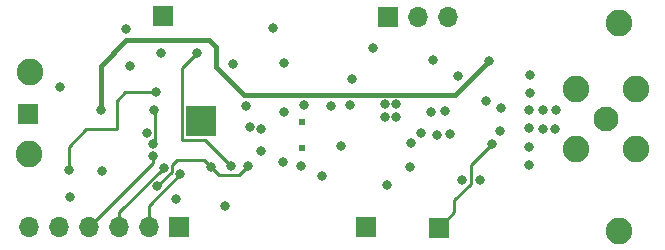
<source format=gbr>
%TF.GenerationSoftware,KiCad,Pcbnew,(7.0.0)*%
%TF.CreationDate,2023-03-06T00:02:43-06:00*%
%TF.ProjectId,RF Signal Source,52462053-6967-46e6-916c-20536f757263,rev?*%
%TF.SameCoordinates,Original*%
%TF.FileFunction,Copper,L4,Bot*%
%TF.FilePolarity,Positive*%
%FSLAX46Y46*%
G04 Gerber Fmt 4.6, Leading zero omitted, Abs format (unit mm)*
G04 Created by KiCad (PCBNEW (7.0.0)) date 2023-03-06 00:02:43*
%MOMM*%
%LPD*%
G01*
G04 APERTURE LIST*
%TA.AperFunction,ComponentPad*%
%ADD10C,2.250000*%
%TD*%
%TA.AperFunction,ComponentPad*%
%ADD11C,0.500000*%
%TD*%
%TA.AperFunction,SMDPad,CuDef*%
%ADD12R,2.500000X2.500000*%
%TD*%
%TA.AperFunction,ComponentPad*%
%ADD13R,1.700000X1.700000*%
%TD*%
%TA.AperFunction,ComponentPad*%
%ADD14O,1.700000X1.700000*%
%TD*%
%TA.AperFunction,ComponentPad*%
%ADD15C,0.610000*%
%TD*%
%TA.AperFunction,ComponentPad*%
%ADD16C,2.100000*%
%TD*%
%TA.AperFunction,ViaPad*%
%ADD17C,0.800000*%
%TD*%
%TA.AperFunction,Conductor*%
%ADD18C,0.250000*%
%TD*%
%TA.AperFunction,Conductor*%
%ADD19C,0.400000*%
%TD*%
G04 APERTURE END LIST*
D10*
%TO.P,,S4*%
%TO.N,GND*%
X149288016Y-83966640D03*
%TD*%
%TO.P,,S4*%
%TO.N,GND*%
X149252267Y-90901942D03*
%TD*%
%TO.P,,S4*%
%TO.N,GND*%
X199209993Y-97431249D03*
%TD*%
%TO.P,,S4*%
%TO.N,GND*%
X199209993Y-79842751D03*
%TD*%
D11*
%TO.P,U2,33,EP*%
%TO.N,GND*%
X164770367Y-87177500D03*
X163770367Y-87177500D03*
X162770367Y-87177500D03*
X164770367Y-88177500D03*
D12*
X163770366Y-88177499D03*
D11*
X163770367Y-88177500D03*
X162770367Y-88177500D03*
X164770367Y-89177500D03*
X163770367Y-89177500D03*
X162770367Y-89177500D03*
%TD*%
D13*
%TO.P,J3,1,Pin_1*%
%TO.N,MCU3V3*%
X160568785Y-79249124D03*
%TD*%
%TO.P,J8,1,Pin_1*%
%TO.N,SIGNAL_PWR*%
X177808718Y-97150920D03*
%TD*%
%TO.P,J7,1,Pin_1*%
%TO.N,AMP_PWRDWN*%
X183920627Y-97160140D03*
%TD*%
%TO.P,J4,1,Pin_1*%
%TO.N,5V*%
X149154436Y-87556971D03*
%TD*%
%TO.P,J6,1,Pin_1*%
%TO.N,ATTENDATA*%
X179651367Y-79307067D03*
D14*
%TO.P,J6,2,Pin_2*%
%TO.N,ATTENCLK*%
X182191367Y-79307067D03*
%TO.P,J6,3,Pin_3*%
%TO.N,ATTENLE*%
X184731367Y-79307067D03*
%TD*%
%TO.P,J5,6,Pin_6*%
%TO.N,MAXMUX*%
X149266769Y-97128697D03*
%TO.P,J5,5,Pin_5*%
%TO.N,MAXLD*%
X151806769Y-97128697D03*
%TO.P,J5,4,Pin_4*%
%TO.N,MAXCLK*%
X154346769Y-97128697D03*
%TO.P,J5,3,Pin_3*%
%TO.N,MAXDATA*%
X156886769Y-97128697D03*
%TO.P,J5,2,Pin_2*%
%TO.N,MAXLE*%
X159426769Y-97128697D03*
D13*
%TO.P,J5,1,Pin_1*%
%TO.N,MAXCE*%
X161966769Y-97128697D03*
%TD*%
D15*
%TO.P,FL1,4,GND*%
%TO.N,GND*%
X172315169Y-88219699D03*
%TO.P,FL1,2,GND*%
X172315169Y-90429699D03*
%TD*%
D16*
%TO.P,J1,1,In*%
%TO.N,Net-(J1-In)*%
X198120000Y-87973684D03*
D10*
%TO.P,J1,S1*%
%TO.N,GND*%
X195570000Y-90523684D03*
%TO.P,J1,S2*%
X200670000Y-90523684D03*
%TO.P,J1,S3*%
X200670000Y-85423684D03*
%TO.P,J1,S4*%
X195570000Y-85423684D03*
%TD*%
D17*
%TO.N,GND*%
X179383189Y-87833184D03*
X180294437Y-87833184D03*
X180294437Y-86732092D03*
X179413564Y-86716905D03*
%TO.N,3V3*%
X152678022Y-94536872D03*
%TO.N,GND*%
X161689252Y-94739373D03*
%TO.N,VCC_CP*%
X160049005Y-93676250D03*
%TO.N,MCU3V3*%
X159723000Y-90095247D03*
X159853500Y-87169998D03*
%TO.N,GND*%
X191604991Y-91831180D03*
X191604991Y-90312434D03*
X184420689Y-87296761D03*
%TO.N,3V3*%
X169883713Y-80282502D03*
%TO.N,5V*%
X188177276Y-83029902D03*
%TO.N,GND*%
X191650553Y-84283010D03*
X191635366Y-85725819D03*
%TO.N,VCC_CP*%
X167784851Y-91910766D03*
%TO.N,CP_OUT*%
X166331234Y-91953563D03*
%TO.N,VCC_CP*%
X164668860Y-92011601D03*
%TO.N,GND*%
X175689615Y-90247447D03*
X172252692Y-91928872D03*
X170712002Y-91573328D03*
X170800888Y-87351246D03*
X172534164Y-86758674D03*
X174800756Y-86832745D03*
X176459960Y-86817931D03*
X178351588Y-81963271D03*
X183433068Y-82957643D03*
X183271923Y-87360623D03*
%TO.N,MAXLD*%
X152609213Y-92251662D03*
%TO.N,GND*%
X155438998Y-92376021D03*
%TO.N,MAXMUX*%
X159216751Y-89177249D03*
%TO.N,MAXCLK*%
X159743465Y-91130545D03*
%TO.N,5V*%
X155305042Y-87168280D03*
%TO.N,GND*%
X166481252Y-83290863D03*
%TO.N,CP_OUT*%
X163491974Y-82342540D03*
%TO.N,GND*%
X179550044Y-93588615D03*
X165801041Y-95297938D03*
X157814755Y-83523713D03*
X160385320Y-82368081D03*
X189142540Y-88957565D03*
X189161728Y-87000353D03*
X167961724Y-88650551D03*
X168914746Y-88778473D03*
X168889161Y-90665328D03*
%TO.N,3V3*%
X157479999Y-80346908D03*
%TO.N,GND*%
X193802504Y-88777499D03*
X193845678Y-87208851D03*
X192723159Y-88791890D03*
X192766333Y-87208851D03*
X191600640Y-88763108D03*
X191615032Y-87223243D03*
X185573506Y-84338826D03*
%TO.N,3V3*%
X176569815Y-84579373D03*
X174035088Y-92806648D03*
%TO.N,GND*%
X185899708Y-93166210D03*
X187460361Y-93172606D03*
X170803621Y-83205972D03*
X151896189Y-85285452D03*
X182419479Y-89185693D03*
X184918229Y-89241126D03*
X183749871Y-89305087D03*
%TO.N,*%
X181541728Y-89968151D03*
X181541728Y-89968151D03*
%TO.N,GND*%
X187930151Y-86479394D03*
%TO.N,AMP_PWRDWN*%
X188449768Y-90072829D03*
%TO.N,3V3*%
X181505055Y-91994715D03*
X167592029Y-86858897D03*
%TO.N,MAXLD*%
X159957117Y-85670477D03*
%TO.N,MAXLE*%
X162065457Y-92666113D03*
%TO.N,MAXDATA*%
X160638909Y-92131335D03*
%TD*%
D18*
%TO.N,VCC_CP*%
X161363909Y-91831030D02*
X161754939Y-91440000D01*
X161754939Y-91440000D02*
X164097259Y-91440000D01*
X164097259Y-91440000D02*
X164668860Y-92011601D01*
X161363909Y-92431640D02*
X161363909Y-91831030D01*
X160049005Y-93676250D02*
X160119299Y-93676250D01*
X160119299Y-93676250D02*
X161363909Y-92431640D01*
D19*
%TO.N,5V*%
X155305042Y-83454958D02*
X155305042Y-87168280D01*
X165100000Y-81865885D02*
X164514115Y-81280000D01*
X165100000Y-83525871D02*
X165100000Y-81865885D01*
X157480000Y-81280000D02*
X155305042Y-83454958D01*
X167481923Y-85907794D02*
X165100000Y-83525871D01*
X185299384Y-85907794D02*
X167481923Y-85907794D01*
X164514115Y-81280000D02*
X157480000Y-81280000D01*
X188177276Y-83029902D02*
X185299384Y-85907794D01*
D18*
%TO.N,MCU3V3*%
X159941751Y-89876496D02*
X159723000Y-90095247D01*
X159941751Y-87258249D02*
X159941751Y-89876496D01*
X159853500Y-87169998D02*
X159941751Y-87258249D01*
%TO.N,CP_OUT*%
X162195367Y-83639147D02*
X163491974Y-82342540D01*
X162195367Y-89752500D02*
X162195367Y-83639147D01*
X166331234Y-91953563D02*
X164130171Y-89752500D01*
X164130171Y-89752500D02*
X162195367Y-89752500D01*
%TO.N,VCC_CP*%
X167017054Y-92678563D02*
X165335822Y-92678563D01*
X165335822Y-92678563D02*
X164668860Y-92011601D01*
X167784851Y-91910766D02*
X167017054Y-92678563D01*
%TO.N,MAXLE*%
X159426770Y-95304800D02*
X159426770Y-97128698D01*
X162065457Y-92666113D02*
X159426770Y-95304800D01*
%TO.N,MAXDATA*%
X160638909Y-92131335D02*
X156886770Y-95883474D01*
X156886770Y-95883474D02*
X156886770Y-97128698D01*
%TO.N,MAXCLK*%
X159743465Y-91732003D02*
X154346770Y-97128698D01*
X159743465Y-91130545D02*
X159743465Y-91732003D01*
%TO.N,AMP_PWRDWN*%
X185242228Y-95838541D02*
X183920628Y-97160141D01*
X185242228Y-94848995D02*
X185242228Y-95838541D01*
X186624708Y-93466515D02*
X185242228Y-94848995D01*
X186624708Y-91897889D02*
X186624708Y-93466515D01*
X188449768Y-90072829D02*
X186624708Y-91897889D01*
%TO.N,MAXLD*%
X152609213Y-90327112D02*
X154103646Y-88832679D01*
X156651710Y-86417945D02*
X157399178Y-85670477D01*
X156651710Y-88832679D02*
X156651710Y-86417945D01*
X157399178Y-85670477D02*
X159957117Y-85670477D01*
X154103646Y-88832679D02*
X156651710Y-88832679D01*
X152609213Y-92251662D02*
X152609213Y-90327112D01*
%TD*%
M02*

</source>
